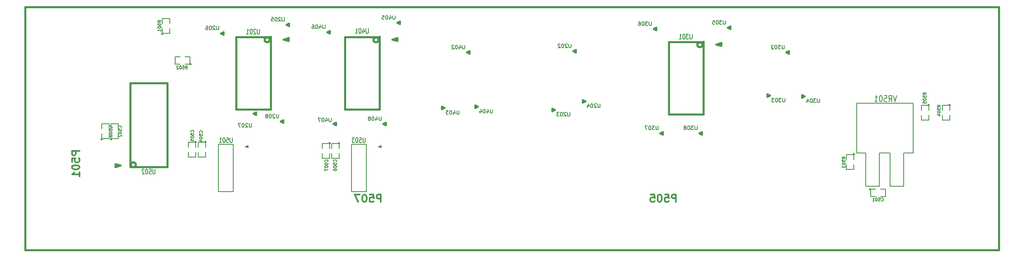
<source format=gbo>
G04 (created by PCBNEW-RS274X (2012-01-19 BZR 3256)-stable) date 11/28/2012 10:05:24 AM*
G01*
G70*
G90*
%MOIN*%
G04 Gerber Fmt 3.4, Leading zero omitted, Abs format*
%FSLAX34Y34*%
G04 APERTURE LIST*
%ADD10C,0.006000*%
%ADD11C,0.015000*%
%ADD12C,0.007900*%
%ADD13C,0.005000*%
%ADD14C,0.007500*%
%ADD15C,0.008000*%
%ADD16C,0.012000*%
G04 APERTURE END LIST*
G54D10*
G54D11*
X14029Y-39370D02*
X92769Y-39370D01*
X14030Y-19685D02*
X14030Y-39370D01*
X92770Y-19685D02*
X14030Y-19685D01*
X92770Y-39370D02*
X92770Y-19685D01*
X30036Y-21706D02*
X30036Y-21903D01*
X30036Y-21903D02*
X29839Y-21805D01*
X29839Y-21805D02*
X30036Y-21706D01*
G54D12*
X40400Y-30800D02*
X41600Y-30800D01*
X41600Y-30800D02*
X41600Y-34650D01*
X41600Y-34650D02*
X40400Y-34650D01*
X40400Y-34650D02*
X40400Y-30800D01*
X42733Y-30962D02*
X42733Y-31041D01*
X42575Y-31001D02*
X42811Y-31080D01*
X42811Y-31080D02*
X42811Y-30923D01*
X42811Y-30923D02*
X42575Y-31001D01*
X29650Y-30800D02*
X30850Y-30800D01*
X30850Y-30800D02*
X30850Y-34650D01*
X30850Y-34650D02*
X29650Y-34650D01*
X29650Y-34650D02*
X29650Y-30800D01*
X31983Y-30962D02*
X31983Y-31041D01*
X31825Y-31001D02*
X32061Y-31080D01*
X32061Y-31080D02*
X32061Y-30923D01*
X32061Y-30923D02*
X31825Y-31001D01*
G54D13*
X87150Y-27600D02*
X87149Y-27609D01*
X87146Y-27619D01*
X87141Y-27627D01*
X87135Y-27635D01*
X87127Y-27641D01*
X87119Y-27646D01*
X87110Y-27648D01*
X87100Y-27649D01*
X87091Y-27649D01*
X87082Y-27646D01*
X87073Y-27641D01*
X87066Y-27635D01*
X87059Y-27628D01*
X87055Y-27619D01*
X87052Y-27610D01*
X87051Y-27600D01*
X87051Y-27591D01*
X87054Y-27582D01*
X87058Y-27573D01*
X87065Y-27566D01*
X87072Y-27559D01*
X87080Y-27555D01*
X87090Y-27552D01*
X87099Y-27551D01*
X87108Y-27551D01*
X87118Y-27554D01*
X87126Y-27558D01*
X87134Y-27564D01*
X87140Y-27572D01*
X87145Y-27580D01*
X87148Y-27589D01*
X87149Y-27599D01*
X87150Y-27600D01*
X87100Y-28050D02*
X87100Y-27650D01*
X87100Y-27650D02*
X86500Y-27650D01*
X86500Y-27650D02*
X86500Y-28050D01*
X86500Y-28450D02*
X86500Y-28850D01*
X86500Y-28850D02*
X87100Y-28850D01*
X87100Y-28850D02*
X87100Y-28450D01*
X88850Y-27600D02*
X88849Y-27609D01*
X88846Y-27619D01*
X88841Y-27627D01*
X88835Y-27635D01*
X88827Y-27641D01*
X88819Y-27646D01*
X88810Y-27648D01*
X88800Y-27649D01*
X88791Y-27649D01*
X88782Y-27646D01*
X88773Y-27641D01*
X88766Y-27635D01*
X88759Y-27628D01*
X88755Y-27619D01*
X88752Y-27610D01*
X88751Y-27600D01*
X88751Y-27591D01*
X88754Y-27582D01*
X88758Y-27573D01*
X88765Y-27566D01*
X88772Y-27559D01*
X88780Y-27555D01*
X88790Y-27552D01*
X88799Y-27551D01*
X88808Y-27551D01*
X88818Y-27554D01*
X88826Y-27558D01*
X88834Y-27564D01*
X88840Y-27572D01*
X88845Y-27580D01*
X88848Y-27589D01*
X88849Y-27599D01*
X88850Y-27600D01*
X88800Y-28050D02*
X88800Y-27650D01*
X88800Y-27650D02*
X88200Y-27650D01*
X88200Y-27650D02*
X88200Y-28050D01*
X88200Y-28450D02*
X88200Y-28850D01*
X88200Y-28850D02*
X88800Y-28850D01*
X88800Y-28850D02*
X88800Y-28450D01*
X81100Y-31600D02*
X81099Y-31609D01*
X81096Y-31619D01*
X81091Y-31627D01*
X81085Y-31635D01*
X81077Y-31641D01*
X81069Y-31646D01*
X81060Y-31648D01*
X81050Y-31649D01*
X81041Y-31649D01*
X81032Y-31646D01*
X81023Y-31641D01*
X81016Y-31635D01*
X81009Y-31628D01*
X81005Y-31619D01*
X81002Y-31610D01*
X81001Y-31600D01*
X81001Y-31591D01*
X81004Y-31582D01*
X81008Y-31573D01*
X81015Y-31566D01*
X81022Y-31559D01*
X81030Y-31555D01*
X81040Y-31552D01*
X81049Y-31551D01*
X81058Y-31551D01*
X81068Y-31554D01*
X81076Y-31558D01*
X81084Y-31564D01*
X81090Y-31572D01*
X81095Y-31580D01*
X81098Y-31589D01*
X81099Y-31599D01*
X81100Y-31600D01*
X81050Y-32050D02*
X81050Y-31650D01*
X81050Y-31650D02*
X80450Y-31650D01*
X80450Y-31650D02*
X80450Y-32050D01*
X80450Y-32450D02*
X80450Y-32850D01*
X80450Y-32850D02*
X81050Y-32850D01*
X81050Y-32850D02*
X81050Y-32450D01*
X82400Y-34450D02*
X82399Y-34459D01*
X82396Y-34469D01*
X82391Y-34477D01*
X82385Y-34485D01*
X82377Y-34491D01*
X82369Y-34496D01*
X82360Y-34498D01*
X82350Y-34499D01*
X82341Y-34499D01*
X82332Y-34496D01*
X82323Y-34491D01*
X82316Y-34485D01*
X82309Y-34478D01*
X82305Y-34469D01*
X82302Y-34460D01*
X82301Y-34450D01*
X82301Y-34441D01*
X82304Y-34432D01*
X82308Y-34423D01*
X82315Y-34416D01*
X82322Y-34409D01*
X82330Y-34405D01*
X82340Y-34402D01*
X82349Y-34401D01*
X82358Y-34401D01*
X82368Y-34404D01*
X82376Y-34408D01*
X82384Y-34414D01*
X82390Y-34422D01*
X82395Y-34430D01*
X82398Y-34439D01*
X82399Y-34449D01*
X82400Y-34450D01*
X82800Y-34450D02*
X82400Y-34450D01*
X82400Y-34450D02*
X82400Y-35050D01*
X82400Y-35050D02*
X82800Y-35050D01*
X83200Y-35050D02*
X83600Y-35050D01*
X83600Y-35050D02*
X83600Y-34450D01*
X83600Y-34450D02*
X83200Y-34450D01*
X21000Y-30400D02*
X20999Y-30409D01*
X20996Y-30419D01*
X20991Y-30427D01*
X20985Y-30435D01*
X20977Y-30441D01*
X20969Y-30446D01*
X20960Y-30448D01*
X20950Y-30449D01*
X20941Y-30449D01*
X20932Y-30446D01*
X20923Y-30441D01*
X20916Y-30435D01*
X20909Y-30428D01*
X20905Y-30419D01*
X20902Y-30410D01*
X20901Y-30400D01*
X20901Y-30391D01*
X20904Y-30382D01*
X20908Y-30373D01*
X20915Y-30366D01*
X20922Y-30359D01*
X20930Y-30355D01*
X20940Y-30352D01*
X20949Y-30351D01*
X20958Y-30351D01*
X20968Y-30354D01*
X20976Y-30358D01*
X20984Y-30364D01*
X20990Y-30372D01*
X20995Y-30380D01*
X20998Y-30389D01*
X20999Y-30399D01*
X21000Y-30400D01*
X20950Y-29950D02*
X20950Y-30350D01*
X20950Y-30350D02*
X21550Y-30350D01*
X21550Y-30350D02*
X21550Y-29950D01*
X21550Y-29550D02*
X21550Y-29150D01*
X21550Y-29150D02*
X20950Y-29150D01*
X20950Y-29150D02*
X20950Y-29550D01*
X25150Y-21850D02*
X25149Y-21859D01*
X25146Y-21869D01*
X25141Y-21877D01*
X25135Y-21885D01*
X25127Y-21891D01*
X25119Y-21896D01*
X25110Y-21898D01*
X25100Y-21899D01*
X25091Y-21899D01*
X25082Y-21896D01*
X25073Y-21891D01*
X25066Y-21885D01*
X25059Y-21878D01*
X25055Y-21869D01*
X25052Y-21860D01*
X25051Y-21850D01*
X25051Y-21841D01*
X25054Y-21832D01*
X25058Y-21823D01*
X25065Y-21816D01*
X25072Y-21809D01*
X25080Y-21805D01*
X25090Y-21802D01*
X25099Y-21801D01*
X25108Y-21801D01*
X25118Y-21804D01*
X25126Y-21808D01*
X25134Y-21814D01*
X25140Y-21822D01*
X25145Y-21830D01*
X25148Y-21839D01*
X25149Y-21849D01*
X25150Y-21850D01*
X25100Y-21400D02*
X25100Y-21800D01*
X25100Y-21800D02*
X25700Y-21800D01*
X25700Y-21800D02*
X25700Y-21400D01*
X25700Y-21000D02*
X25700Y-20600D01*
X25700Y-20600D02*
X25100Y-20600D01*
X25100Y-20600D02*
X25100Y-21000D01*
X27450Y-24300D02*
X27449Y-24309D01*
X27446Y-24319D01*
X27441Y-24327D01*
X27435Y-24335D01*
X27427Y-24341D01*
X27419Y-24346D01*
X27410Y-24348D01*
X27400Y-24349D01*
X27391Y-24349D01*
X27382Y-24346D01*
X27373Y-24341D01*
X27366Y-24335D01*
X27359Y-24328D01*
X27355Y-24319D01*
X27352Y-24310D01*
X27351Y-24300D01*
X27351Y-24291D01*
X27354Y-24282D01*
X27358Y-24273D01*
X27365Y-24266D01*
X27372Y-24259D01*
X27380Y-24255D01*
X27390Y-24252D01*
X27399Y-24251D01*
X27408Y-24251D01*
X27418Y-24254D01*
X27426Y-24258D01*
X27434Y-24264D01*
X27440Y-24272D01*
X27445Y-24280D01*
X27448Y-24289D01*
X27449Y-24299D01*
X27450Y-24300D01*
X26950Y-24300D02*
X27350Y-24300D01*
X27350Y-24300D02*
X27350Y-23700D01*
X27350Y-23700D02*
X26950Y-23700D01*
X26550Y-23700D02*
X26150Y-23700D01*
X26150Y-23700D02*
X26150Y-24300D01*
X26150Y-24300D02*
X26550Y-24300D01*
X20250Y-30400D02*
X20249Y-30409D01*
X20246Y-30419D01*
X20241Y-30427D01*
X20235Y-30435D01*
X20227Y-30441D01*
X20219Y-30446D01*
X20210Y-30448D01*
X20200Y-30449D01*
X20191Y-30449D01*
X20182Y-30446D01*
X20173Y-30441D01*
X20166Y-30435D01*
X20159Y-30428D01*
X20155Y-30419D01*
X20152Y-30410D01*
X20151Y-30400D01*
X20151Y-30391D01*
X20154Y-30382D01*
X20158Y-30373D01*
X20165Y-30366D01*
X20172Y-30359D01*
X20180Y-30355D01*
X20190Y-30352D01*
X20199Y-30351D01*
X20208Y-30351D01*
X20218Y-30354D01*
X20226Y-30358D01*
X20234Y-30364D01*
X20240Y-30372D01*
X20245Y-30380D01*
X20248Y-30389D01*
X20249Y-30399D01*
X20250Y-30400D01*
X20200Y-29950D02*
X20200Y-30350D01*
X20200Y-30350D02*
X20800Y-30350D01*
X20800Y-30350D02*
X20800Y-29950D01*
X20800Y-29550D02*
X20800Y-29150D01*
X20800Y-29150D02*
X20200Y-29150D01*
X20200Y-29150D02*
X20200Y-29550D01*
X28650Y-30600D02*
X28649Y-30609D01*
X28646Y-30619D01*
X28641Y-30627D01*
X28635Y-30635D01*
X28627Y-30641D01*
X28619Y-30646D01*
X28610Y-30648D01*
X28600Y-30649D01*
X28591Y-30649D01*
X28582Y-30646D01*
X28573Y-30641D01*
X28566Y-30635D01*
X28559Y-30628D01*
X28555Y-30619D01*
X28552Y-30610D01*
X28551Y-30600D01*
X28551Y-30591D01*
X28554Y-30582D01*
X28558Y-30573D01*
X28565Y-30566D01*
X28572Y-30559D01*
X28580Y-30555D01*
X28590Y-30552D01*
X28599Y-30551D01*
X28608Y-30551D01*
X28618Y-30554D01*
X28626Y-30558D01*
X28634Y-30564D01*
X28640Y-30572D01*
X28645Y-30580D01*
X28648Y-30589D01*
X28649Y-30599D01*
X28650Y-30600D01*
X28600Y-31050D02*
X28600Y-30650D01*
X28600Y-30650D02*
X28000Y-30650D01*
X28000Y-30650D02*
X28000Y-31050D01*
X28000Y-31450D02*
X28000Y-31850D01*
X28000Y-31850D02*
X28600Y-31850D01*
X28600Y-31850D02*
X28600Y-31450D01*
X27850Y-30600D02*
X27849Y-30609D01*
X27846Y-30619D01*
X27841Y-30627D01*
X27835Y-30635D01*
X27827Y-30641D01*
X27819Y-30646D01*
X27810Y-30648D01*
X27800Y-30649D01*
X27791Y-30649D01*
X27782Y-30646D01*
X27773Y-30641D01*
X27766Y-30635D01*
X27759Y-30628D01*
X27755Y-30619D01*
X27752Y-30610D01*
X27751Y-30600D01*
X27751Y-30591D01*
X27754Y-30582D01*
X27758Y-30573D01*
X27765Y-30566D01*
X27772Y-30559D01*
X27780Y-30555D01*
X27790Y-30552D01*
X27799Y-30551D01*
X27808Y-30551D01*
X27818Y-30554D01*
X27826Y-30558D01*
X27834Y-30564D01*
X27840Y-30572D01*
X27845Y-30580D01*
X27848Y-30589D01*
X27849Y-30599D01*
X27850Y-30600D01*
X27800Y-31050D02*
X27800Y-30650D01*
X27800Y-30650D02*
X27200Y-30650D01*
X27200Y-30650D02*
X27200Y-31050D01*
X27200Y-31450D02*
X27200Y-31850D01*
X27200Y-31850D02*
X27800Y-31850D01*
X27800Y-31850D02*
X27800Y-31450D01*
X39450Y-30700D02*
X39449Y-30709D01*
X39446Y-30719D01*
X39441Y-30727D01*
X39435Y-30735D01*
X39427Y-30741D01*
X39419Y-30746D01*
X39410Y-30748D01*
X39400Y-30749D01*
X39391Y-30749D01*
X39382Y-30746D01*
X39373Y-30741D01*
X39366Y-30735D01*
X39359Y-30728D01*
X39355Y-30719D01*
X39352Y-30710D01*
X39351Y-30700D01*
X39351Y-30691D01*
X39354Y-30682D01*
X39358Y-30673D01*
X39365Y-30666D01*
X39372Y-30659D01*
X39380Y-30655D01*
X39390Y-30652D01*
X39399Y-30651D01*
X39408Y-30651D01*
X39418Y-30654D01*
X39426Y-30658D01*
X39434Y-30664D01*
X39440Y-30672D01*
X39445Y-30680D01*
X39448Y-30689D01*
X39449Y-30699D01*
X39450Y-30700D01*
X39400Y-31150D02*
X39400Y-30750D01*
X39400Y-30750D02*
X38800Y-30750D01*
X38800Y-30750D02*
X38800Y-31150D01*
X38800Y-31550D02*
X38800Y-31950D01*
X38800Y-31950D02*
X39400Y-31950D01*
X39400Y-31950D02*
X39400Y-31550D01*
X38700Y-30700D02*
X38699Y-30709D01*
X38696Y-30719D01*
X38691Y-30727D01*
X38685Y-30735D01*
X38677Y-30741D01*
X38669Y-30746D01*
X38660Y-30748D01*
X38650Y-30749D01*
X38641Y-30749D01*
X38632Y-30746D01*
X38623Y-30741D01*
X38616Y-30735D01*
X38609Y-30728D01*
X38605Y-30719D01*
X38602Y-30710D01*
X38601Y-30700D01*
X38601Y-30691D01*
X38604Y-30682D01*
X38608Y-30673D01*
X38615Y-30666D01*
X38622Y-30659D01*
X38630Y-30655D01*
X38640Y-30652D01*
X38649Y-30651D01*
X38658Y-30651D01*
X38668Y-30654D01*
X38676Y-30658D01*
X38684Y-30664D01*
X38690Y-30672D01*
X38695Y-30680D01*
X38698Y-30689D01*
X38699Y-30699D01*
X38700Y-30700D01*
X38650Y-31150D02*
X38650Y-30750D01*
X38650Y-30750D02*
X38050Y-30750D01*
X38050Y-30750D02*
X38050Y-31150D01*
X38050Y-31550D02*
X38050Y-31950D01*
X38050Y-31950D02*
X38650Y-31950D01*
X38650Y-31950D02*
X38650Y-31550D01*
G54D11*
X65586Y-29806D02*
X65586Y-30003D01*
X65586Y-30003D02*
X65389Y-29905D01*
X65389Y-29905D02*
X65586Y-29806D01*
X71036Y-21256D02*
X71036Y-21453D01*
X71036Y-21453D02*
X70839Y-21355D01*
X70839Y-21355D02*
X71036Y-21256D01*
X76864Y-26994D02*
X76864Y-26797D01*
X76864Y-26797D02*
X77061Y-26895D01*
X77061Y-26895D02*
X76864Y-26994D01*
X75786Y-23256D02*
X75786Y-23453D01*
X75786Y-23453D02*
X75589Y-23355D01*
X75589Y-23355D02*
X75786Y-23256D01*
X74064Y-26944D02*
X74064Y-26747D01*
X74064Y-26747D02*
X74261Y-26845D01*
X74261Y-26845D02*
X74064Y-26944D01*
X34886Y-28856D02*
X34886Y-29053D01*
X34886Y-29053D02*
X34689Y-28955D01*
X34689Y-28955D02*
X34886Y-28856D01*
X32686Y-28206D02*
X32686Y-28403D01*
X32686Y-28403D02*
X32489Y-28305D01*
X32489Y-28305D02*
X32686Y-28206D01*
X35336Y-21006D02*
X35336Y-21203D01*
X35336Y-21203D02*
X35139Y-21105D01*
X35139Y-21105D02*
X35336Y-21006D01*
X59114Y-27394D02*
X59114Y-27197D01*
X59114Y-27197D02*
X59311Y-27295D01*
X59311Y-27295D02*
X59114Y-27394D01*
X58536Y-23156D02*
X58536Y-23353D01*
X58536Y-23353D02*
X58339Y-23255D01*
X58339Y-23255D02*
X58536Y-23156D01*
X56664Y-28094D02*
X56664Y-27897D01*
X56664Y-27897D02*
X56861Y-27995D01*
X56861Y-27995D02*
X56664Y-28094D01*
X68736Y-29806D02*
X68736Y-30003D01*
X68736Y-30003D02*
X68539Y-29905D01*
X68539Y-29905D02*
X68736Y-29806D01*
X65036Y-21356D02*
X65036Y-21553D01*
X65036Y-21553D02*
X64839Y-21455D01*
X64839Y-21455D02*
X65036Y-21356D01*
X39136Y-29056D02*
X39136Y-29253D01*
X39136Y-29253D02*
X38939Y-29155D01*
X38939Y-29155D02*
X39136Y-29056D01*
X38636Y-21606D02*
X38636Y-21803D01*
X38636Y-21803D02*
X38439Y-21705D01*
X38439Y-21705D02*
X38636Y-21606D01*
X43186Y-29056D02*
X43186Y-29253D01*
X43186Y-29253D02*
X42989Y-29155D01*
X42989Y-29155D02*
X43186Y-29056D01*
X47714Y-27944D02*
X47714Y-27747D01*
X47714Y-27747D02*
X47911Y-27845D01*
X47911Y-27845D02*
X47714Y-27944D01*
X50414Y-27844D02*
X50414Y-27647D01*
X50414Y-27647D02*
X50611Y-27745D01*
X50611Y-27745D02*
X50414Y-27844D01*
X49936Y-23256D02*
X49936Y-23453D01*
X49936Y-23453D02*
X49739Y-23355D01*
X49739Y-23355D02*
X49936Y-23256D01*
X44306Y-20856D02*
X44306Y-21053D01*
X44306Y-21053D02*
X44109Y-20955D01*
X44109Y-20955D02*
X44306Y-20856D01*
G54D12*
X83983Y-31519D02*
X83117Y-31519D01*
X83117Y-31519D02*
X83117Y-34196D01*
X83117Y-34196D02*
X82015Y-34196D01*
X82015Y-34196D02*
X82015Y-31519D01*
X82015Y-31519D02*
X81267Y-31519D01*
X81267Y-31519D02*
X81267Y-27464D01*
X81267Y-27464D02*
X85833Y-27464D01*
X85833Y-27464D02*
X85833Y-31519D01*
X85833Y-31519D02*
X85085Y-31519D01*
X85085Y-31519D02*
X85085Y-34196D01*
X85085Y-34196D02*
X83983Y-34196D01*
X83983Y-34196D02*
X83983Y-31519D01*
G54D11*
X42667Y-22058D02*
X42667Y-27963D01*
X42667Y-27963D02*
X39872Y-27963D01*
X39872Y-27963D02*
X39872Y-22097D01*
X39872Y-22097D02*
X42667Y-22097D01*
X42581Y-22323D02*
X42577Y-22361D01*
X42565Y-22399D01*
X42547Y-22433D01*
X42522Y-22463D01*
X42492Y-22488D01*
X42458Y-22507D01*
X42421Y-22518D01*
X42382Y-22522D01*
X42344Y-22519D01*
X42307Y-22508D01*
X42272Y-22490D01*
X42242Y-22465D01*
X42216Y-22435D01*
X42198Y-22401D01*
X42186Y-22364D01*
X42182Y-22325D01*
X42185Y-22287D01*
X42196Y-22250D01*
X42213Y-22215D01*
X42238Y-22185D01*
X42267Y-22159D01*
X42301Y-22140D01*
X42339Y-22128D01*
X42377Y-22124D01*
X42415Y-22127D01*
X42453Y-22137D01*
X42488Y-22155D01*
X42518Y-22179D01*
X42544Y-22208D01*
X42563Y-22242D01*
X42576Y-22279D01*
X42580Y-22318D01*
X42581Y-22323D01*
X44008Y-22262D02*
X44008Y-22312D01*
X43708Y-22312D02*
X44108Y-22162D01*
X44108Y-22162D02*
X44108Y-22412D01*
X44108Y-22412D02*
X43708Y-22312D01*
X33867Y-22058D02*
X33867Y-27963D01*
X33867Y-27963D02*
X31072Y-27963D01*
X31072Y-27963D02*
X31072Y-22097D01*
X31072Y-22097D02*
X33867Y-22097D01*
X33781Y-22323D02*
X33777Y-22361D01*
X33765Y-22399D01*
X33747Y-22433D01*
X33722Y-22463D01*
X33692Y-22488D01*
X33658Y-22507D01*
X33621Y-22518D01*
X33582Y-22522D01*
X33544Y-22519D01*
X33507Y-22508D01*
X33472Y-22490D01*
X33442Y-22465D01*
X33416Y-22435D01*
X33398Y-22401D01*
X33386Y-22364D01*
X33382Y-22325D01*
X33385Y-22287D01*
X33396Y-22250D01*
X33413Y-22215D01*
X33438Y-22185D01*
X33467Y-22159D01*
X33501Y-22140D01*
X33539Y-22128D01*
X33577Y-22124D01*
X33615Y-22127D01*
X33653Y-22137D01*
X33688Y-22155D01*
X33718Y-22179D01*
X33744Y-22208D01*
X33763Y-22242D01*
X33776Y-22279D01*
X33780Y-22318D01*
X33781Y-22323D01*
X35208Y-22262D02*
X35208Y-22312D01*
X34908Y-22312D02*
X35308Y-22162D01*
X35308Y-22162D02*
X35308Y-22412D01*
X35308Y-22412D02*
X34908Y-22312D01*
X68867Y-22458D02*
X68867Y-28363D01*
X68867Y-28363D02*
X66072Y-28363D01*
X66072Y-28363D02*
X66072Y-22497D01*
X66072Y-22497D02*
X68867Y-22497D01*
X68781Y-22723D02*
X68777Y-22761D01*
X68765Y-22799D01*
X68747Y-22833D01*
X68722Y-22863D01*
X68692Y-22888D01*
X68658Y-22907D01*
X68621Y-22918D01*
X68582Y-22922D01*
X68544Y-22919D01*
X68507Y-22908D01*
X68472Y-22890D01*
X68442Y-22865D01*
X68416Y-22835D01*
X68398Y-22801D01*
X68386Y-22764D01*
X68382Y-22725D01*
X68385Y-22687D01*
X68396Y-22650D01*
X68413Y-22615D01*
X68438Y-22585D01*
X68467Y-22559D01*
X68501Y-22540D01*
X68539Y-22528D01*
X68577Y-22524D01*
X68615Y-22527D01*
X68653Y-22537D01*
X68688Y-22555D01*
X68718Y-22579D01*
X68744Y-22608D01*
X68763Y-22642D01*
X68776Y-22679D01*
X68780Y-22718D01*
X68781Y-22723D01*
X70208Y-22662D02*
X70208Y-22712D01*
X69908Y-22712D02*
X70308Y-22562D01*
X70308Y-22562D02*
X70308Y-22812D01*
X70308Y-22812D02*
X69908Y-22712D01*
X22950Y-32450D02*
X22946Y-32488D01*
X22934Y-32526D01*
X22916Y-32560D01*
X22891Y-32590D01*
X22861Y-32615D01*
X22827Y-32634D01*
X22790Y-32645D01*
X22751Y-32649D01*
X22713Y-32646D01*
X22676Y-32635D01*
X22641Y-32617D01*
X22611Y-32592D01*
X22585Y-32562D01*
X22567Y-32528D01*
X22555Y-32491D01*
X22551Y-32452D01*
X22554Y-32414D01*
X22565Y-32377D01*
X22582Y-32342D01*
X22607Y-32312D01*
X22636Y-32286D01*
X22670Y-32267D01*
X22708Y-32255D01*
X22746Y-32251D01*
X22784Y-32254D01*
X22822Y-32264D01*
X22857Y-32282D01*
X22887Y-32306D01*
X22913Y-32335D01*
X22932Y-32369D01*
X22945Y-32406D01*
X22949Y-32445D01*
X22950Y-32450D01*
X25500Y-32650D02*
X22500Y-32650D01*
X22500Y-32650D02*
X22500Y-25850D01*
X22500Y-25850D02*
X25500Y-25850D01*
X25500Y-25850D02*
X25500Y-32650D01*
X21400Y-32550D02*
X21400Y-32500D01*
X21700Y-32500D02*
X21300Y-32650D01*
X21300Y-32650D02*
X21300Y-32400D01*
X21300Y-32400D02*
X21700Y-32500D01*
G54D10*
X29665Y-21221D02*
X29665Y-21464D01*
X29650Y-21493D01*
X29636Y-21507D01*
X29607Y-21521D01*
X29550Y-21521D01*
X29522Y-21507D01*
X29507Y-21493D01*
X29493Y-21464D01*
X29493Y-21221D01*
X29365Y-21250D02*
X29351Y-21236D01*
X29322Y-21221D01*
X29251Y-21221D01*
X29222Y-21236D01*
X29208Y-21250D01*
X29193Y-21279D01*
X29193Y-21307D01*
X29208Y-21350D01*
X29379Y-21521D01*
X29193Y-21521D01*
X29007Y-21221D02*
X28979Y-21221D01*
X28950Y-21236D01*
X28936Y-21250D01*
X28922Y-21279D01*
X28907Y-21336D01*
X28907Y-21407D01*
X28922Y-21464D01*
X28936Y-21493D01*
X28950Y-21507D01*
X28979Y-21521D01*
X29007Y-21521D01*
X29036Y-21507D01*
X29050Y-21493D01*
X29065Y-21464D01*
X29079Y-21407D01*
X29079Y-21336D01*
X29065Y-21279D01*
X29050Y-21250D01*
X29036Y-21236D01*
X29007Y-21221D01*
X28650Y-21221D02*
X28707Y-21221D01*
X28736Y-21236D01*
X28750Y-21250D01*
X28779Y-21293D01*
X28793Y-21350D01*
X28793Y-21464D01*
X28779Y-21493D01*
X28764Y-21507D01*
X28736Y-21521D01*
X28679Y-21521D01*
X28650Y-21507D01*
X28636Y-21493D01*
X28621Y-21464D01*
X28621Y-21393D01*
X28636Y-21364D01*
X28650Y-21350D01*
X28679Y-21336D01*
X28736Y-21336D01*
X28764Y-21350D01*
X28779Y-21364D01*
X28793Y-21393D01*
G54D14*
X41515Y-30262D02*
X41515Y-30586D01*
X41500Y-30624D01*
X41486Y-30643D01*
X41457Y-30662D01*
X41400Y-30662D01*
X41372Y-30643D01*
X41357Y-30624D01*
X41343Y-30586D01*
X41343Y-30262D01*
X41058Y-30262D02*
X41201Y-30262D01*
X41215Y-30452D01*
X41201Y-30433D01*
X41172Y-30414D01*
X41101Y-30414D01*
X41072Y-30433D01*
X41058Y-30452D01*
X41043Y-30490D01*
X41043Y-30586D01*
X41058Y-30624D01*
X41072Y-30643D01*
X41101Y-30662D01*
X41172Y-30662D01*
X41201Y-30643D01*
X41215Y-30624D01*
X40857Y-30262D02*
X40829Y-30262D01*
X40800Y-30281D01*
X40786Y-30300D01*
X40772Y-30338D01*
X40757Y-30414D01*
X40757Y-30510D01*
X40772Y-30586D01*
X40786Y-30624D01*
X40800Y-30643D01*
X40829Y-30662D01*
X40857Y-30662D01*
X40886Y-30643D01*
X40900Y-30624D01*
X40915Y-30586D01*
X40929Y-30510D01*
X40929Y-30414D01*
X40915Y-30338D01*
X40900Y-30300D01*
X40886Y-30281D01*
X40857Y-30262D01*
X40657Y-30262D02*
X40471Y-30262D01*
X40571Y-30414D01*
X40529Y-30414D01*
X40500Y-30433D01*
X40486Y-30452D01*
X40471Y-30490D01*
X40471Y-30586D01*
X40486Y-30624D01*
X40500Y-30643D01*
X40529Y-30662D01*
X40614Y-30662D01*
X40643Y-30643D01*
X40657Y-30624D01*
X30765Y-30262D02*
X30765Y-30586D01*
X30750Y-30624D01*
X30736Y-30643D01*
X30707Y-30662D01*
X30650Y-30662D01*
X30622Y-30643D01*
X30607Y-30624D01*
X30593Y-30586D01*
X30593Y-30262D01*
X30308Y-30262D02*
X30451Y-30262D01*
X30465Y-30452D01*
X30451Y-30433D01*
X30422Y-30414D01*
X30351Y-30414D01*
X30322Y-30433D01*
X30308Y-30452D01*
X30293Y-30490D01*
X30293Y-30586D01*
X30308Y-30624D01*
X30322Y-30643D01*
X30351Y-30662D01*
X30422Y-30662D01*
X30451Y-30643D01*
X30465Y-30624D01*
X30107Y-30262D02*
X30079Y-30262D01*
X30050Y-30281D01*
X30036Y-30300D01*
X30022Y-30338D01*
X30007Y-30414D01*
X30007Y-30510D01*
X30022Y-30586D01*
X30036Y-30624D01*
X30050Y-30643D01*
X30079Y-30662D01*
X30107Y-30662D01*
X30136Y-30643D01*
X30150Y-30624D01*
X30165Y-30586D01*
X30179Y-30510D01*
X30179Y-30414D01*
X30165Y-30338D01*
X30150Y-30300D01*
X30136Y-30281D01*
X30107Y-30262D01*
X29721Y-30662D02*
X29893Y-30662D01*
X29807Y-30662D02*
X29807Y-30262D01*
X29836Y-30319D01*
X29864Y-30357D01*
X29893Y-30376D01*
G54D13*
X86901Y-26770D02*
X86782Y-26687D01*
X86901Y-26628D02*
X86651Y-26628D01*
X86651Y-26723D01*
X86663Y-26747D01*
X86675Y-26758D01*
X86699Y-26770D01*
X86735Y-26770D01*
X86758Y-26758D01*
X86770Y-26747D01*
X86782Y-26723D01*
X86782Y-26628D01*
X86651Y-26997D02*
X86651Y-26878D01*
X86770Y-26866D01*
X86758Y-26878D01*
X86746Y-26901D01*
X86746Y-26961D01*
X86758Y-26985D01*
X86770Y-26997D01*
X86794Y-27008D01*
X86854Y-27008D01*
X86877Y-26997D01*
X86889Y-26985D01*
X86901Y-26961D01*
X86901Y-26901D01*
X86889Y-26878D01*
X86877Y-26866D01*
X86651Y-27163D02*
X86651Y-27187D01*
X86663Y-27211D01*
X86675Y-27223D01*
X86699Y-27235D01*
X86746Y-27246D01*
X86806Y-27246D01*
X86854Y-27235D01*
X86877Y-27223D01*
X86889Y-27211D01*
X86901Y-27187D01*
X86901Y-27163D01*
X86889Y-27139D01*
X86877Y-27127D01*
X86854Y-27116D01*
X86806Y-27104D01*
X86746Y-27104D01*
X86699Y-27116D01*
X86675Y-27127D01*
X86663Y-27139D01*
X86651Y-27163D01*
X86651Y-27473D02*
X86651Y-27354D01*
X86770Y-27342D01*
X86758Y-27354D01*
X86746Y-27377D01*
X86746Y-27437D01*
X86758Y-27461D01*
X86770Y-27473D01*
X86794Y-27484D01*
X86854Y-27484D01*
X86877Y-27473D01*
X86889Y-27461D01*
X86901Y-27437D01*
X86901Y-27377D01*
X86889Y-27354D01*
X86877Y-27342D01*
X88051Y-27770D02*
X87932Y-27687D01*
X88051Y-27628D02*
X87801Y-27628D01*
X87801Y-27723D01*
X87813Y-27747D01*
X87825Y-27758D01*
X87849Y-27770D01*
X87885Y-27770D01*
X87908Y-27758D01*
X87920Y-27747D01*
X87932Y-27723D01*
X87932Y-27628D01*
X87801Y-27997D02*
X87801Y-27878D01*
X87920Y-27866D01*
X87908Y-27878D01*
X87896Y-27901D01*
X87896Y-27961D01*
X87908Y-27985D01*
X87920Y-27997D01*
X87944Y-28008D01*
X88004Y-28008D01*
X88027Y-27997D01*
X88039Y-27985D01*
X88051Y-27961D01*
X88051Y-27901D01*
X88039Y-27878D01*
X88027Y-27866D01*
X87801Y-28163D02*
X87801Y-28187D01*
X87813Y-28211D01*
X87825Y-28223D01*
X87849Y-28235D01*
X87896Y-28246D01*
X87956Y-28246D01*
X88004Y-28235D01*
X88027Y-28223D01*
X88039Y-28211D01*
X88051Y-28187D01*
X88051Y-28163D01*
X88039Y-28139D01*
X88027Y-28127D01*
X88004Y-28116D01*
X87956Y-28104D01*
X87896Y-28104D01*
X87849Y-28116D01*
X87825Y-28127D01*
X87813Y-28139D01*
X87801Y-28163D01*
X87885Y-28461D02*
X88051Y-28461D01*
X87789Y-28401D02*
X87968Y-28342D01*
X87968Y-28496D01*
X80351Y-31970D02*
X80232Y-31887D01*
X80351Y-31828D02*
X80101Y-31828D01*
X80101Y-31923D01*
X80113Y-31947D01*
X80125Y-31958D01*
X80149Y-31970D01*
X80185Y-31970D01*
X80208Y-31958D01*
X80220Y-31947D01*
X80232Y-31923D01*
X80232Y-31828D01*
X80101Y-32197D02*
X80101Y-32078D01*
X80220Y-32066D01*
X80208Y-32078D01*
X80196Y-32101D01*
X80196Y-32161D01*
X80208Y-32185D01*
X80220Y-32197D01*
X80244Y-32208D01*
X80304Y-32208D01*
X80327Y-32197D01*
X80339Y-32185D01*
X80351Y-32161D01*
X80351Y-32101D01*
X80339Y-32078D01*
X80327Y-32066D01*
X80101Y-32363D02*
X80101Y-32387D01*
X80113Y-32411D01*
X80125Y-32423D01*
X80149Y-32435D01*
X80196Y-32446D01*
X80256Y-32446D01*
X80304Y-32435D01*
X80327Y-32423D01*
X80339Y-32411D01*
X80351Y-32387D01*
X80351Y-32363D01*
X80339Y-32339D01*
X80327Y-32327D01*
X80304Y-32316D01*
X80256Y-32304D01*
X80196Y-32304D01*
X80149Y-32316D01*
X80125Y-32327D01*
X80113Y-32339D01*
X80101Y-32363D01*
X80101Y-32530D02*
X80101Y-32684D01*
X80196Y-32601D01*
X80196Y-32637D01*
X80208Y-32661D01*
X80220Y-32673D01*
X80244Y-32684D01*
X80304Y-32684D01*
X80327Y-32673D01*
X80339Y-32661D01*
X80351Y-32637D01*
X80351Y-32565D01*
X80339Y-32542D01*
X80327Y-32530D01*
X83280Y-35377D02*
X83292Y-35389D01*
X83327Y-35401D01*
X83351Y-35401D01*
X83387Y-35389D01*
X83411Y-35365D01*
X83422Y-35342D01*
X83434Y-35294D01*
X83434Y-35258D01*
X83422Y-35211D01*
X83411Y-35187D01*
X83387Y-35163D01*
X83351Y-35151D01*
X83327Y-35151D01*
X83292Y-35163D01*
X83280Y-35175D01*
X83053Y-35151D02*
X83172Y-35151D01*
X83184Y-35270D01*
X83172Y-35258D01*
X83149Y-35246D01*
X83089Y-35246D01*
X83065Y-35258D01*
X83053Y-35270D01*
X83042Y-35294D01*
X83042Y-35354D01*
X83053Y-35377D01*
X83065Y-35389D01*
X83089Y-35401D01*
X83149Y-35401D01*
X83172Y-35389D01*
X83184Y-35377D01*
X82887Y-35151D02*
X82863Y-35151D01*
X82839Y-35163D01*
X82827Y-35175D01*
X82815Y-35199D01*
X82804Y-35246D01*
X82804Y-35306D01*
X82815Y-35354D01*
X82827Y-35377D01*
X82839Y-35389D01*
X82863Y-35401D01*
X82887Y-35401D01*
X82911Y-35389D01*
X82923Y-35377D01*
X82934Y-35354D01*
X82946Y-35306D01*
X82946Y-35246D01*
X82934Y-35199D01*
X82923Y-35175D01*
X82911Y-35163D01*
X82887Y-35151D01*
X82566Y-35401D02*
X82708Y-35401D01*
X82637Y-35401D02*
X82637Y-35151D01*
X82661Y-35187D01*
X82685Y-35211D01*
X82708Y-35223D01*
X21777Y-29470D02*
X21789Y-29458D01*
X21801Y-29423D01*
X21801Y-29399D01*
X21789Y-29363D01*
X21765Y-29339D01*
X21742Y-29328D01*
X21694Y-29316D01*
X21658Y-29316D01*
X21611Y-29328D01*
X21587Y-29339D01*
X21563Y-29363D01*
X21551Y-29399D01*
X21551Y-29423D01*
X21563Y-29458D01*
X21575Y-29470D01*
X21551Y-29697D02*
X21551Y-29578D01*
X21670Y-29566D01*
X21658Y-29578D01*
X21646Y-29601D01*
X21646Y-29661D01*
X21658Y-29685D01*
X21670Y-29697D01*
X21694Y-29708D01*
X21754Y-29708D01*
X21777Y-29697D01*
X21789Y-29685D01*
X21801Y-29661D01*
X21801Y-29601D01*
X21789Y-29578D01*
X21777Y-29566D01*
X21551Y-29863D02*
X21551Y-29887D01*
X21563Y-29911D01*
X21575Y-29923D01*
X21599Y-29935D01*
X21646Y-29946D01*
X21706Y-29946D01*
X21754Y-29935D01*
X21777Y-29923D01*
X21789Y-29911D01*
X21801Y-29887D01*
X21801Y-29863D01*
X21789Y-29839D01*
X21777Y-29827D01*
X21754Y-29816D01*
X21706Y-29804D01*
X21646Y-29804D01*
X21599Y-29816D01*
X21575Y-29827D01*
X21563Y-29839D01*
X21551Y-29863D01*
X21575Y-30042D02*
X21563Y-30054D01*
X21551Y-30077D01*
X21551Y-30137D01*
X21563Y-30161D01*
X21575Y-30173D01*
X21599Y-30184D01*
X21623Y-30184D01*
X21658Y-30173D01*
X21801Y-30030D01*
X21801Y-30184D01*
X25001Y-20920D02*
X24882Y-20837D01*
X25001Y-20778D02*
X24751Y-20778D01*
X24751Y-20873D01*
X24763Y-20897D01*
X24775Y-20908D01*
X24799Y-20920D01*
X24835Y-20920D01*
X24858Y-20908D01*
X24870Y-20897D01*
X24882Y-20873D01*
X24882Y-20778D01*
X24751Y-21147D02*
X24751Y-21028D01*
X24870Y-21016D01*
X24858Y-21028D01*
X24846Y-21051D01*
X24846Y-21111D01*
X24858Y-21135D01*
X24870Y-21147D01*
X24894Y-21158D01*
X24954Y-21158D01*
X24977Y-21147D01*
X24989Y-21135D01*
X25001Y-21111D01*
X25001Y-21051D01*
X24989Y-21028D01*
X24977Y-21016D01*
X24751Y-21313D02*
X24751Y-21337D01*
X24763Y-21361D01*
X24775Y-21373D01*
X24799Y-21385D01*
X24846Y-21396D01*
X24906Y-21396D01*
X24954Y-21385D01*
X24977Y-21373D01*
X24989Y-21361D01*
X25001Y-21337D01*
X25001Y-21313D01*
X24989Y-21289D01*
X24977Y-21277D01*
X24954Y-21266D01*
X24906Y-21254D01*
X24846Y-21254D01*
X24799Y-21266D01*
X24775Y-21277D01*
X24763Y-21289D01*
X24751Y-21313D01*
X25001Y-21634D02*
X25001Y-21492D01*
X25001Y-21563D02*
X24751Y-21563D01*
X24787Y-21539D01*
X24811Y-21515D01*
X24823Y-21492D01*
X26980Y-24701D02*
X27063Y-24582D01*
X27122Y-24701D02*
X27122Y-24451D01*
X27027Y-24451D01*
X27003Y-24463D01*
X26992Y-24475D01*
X26980Y-24499D01*
X26980Y-24535D01*
X26992Y-24558D01*
X27003Y-24570D01*
X27027Y-24582D01*
X27122Y-24582D01*
X26753Y-24451D02*
X26872Y-24451D01*
X26884Y-24570D01*
X26872Y-24558D01*
X26849Y-24546D01*
X26789Y-24546D01*
X26765Y-24558D01*
X26753Y-24570D01*
X26742Y-24594D01*
X26742Y-24654D01*
X26753Y-24677D01*
X26765Y-24689D01*
X26789Y-24701D01*
X26849Y-24701D01*
X26872Y-24689D01*
X26884Y-24677D01*
X26587Y-24451D02*
X26563Y-24451D01*
X26539Y-24463D01*
X26527Y-24475D01*
X26515Y-24499D01*
X26504Y-24546D01*
X26504Y-24606D01*
X26515Y-24654D01*
X26527Y-24677D01*
X26539Y-24689D01*
X26563Y-24701D01*
X26587Y-24701D01*
X26611Y-24689D01*
X26623Y-24677D01*
X26634Y-24654D01*
X26646Y-24606D01*
X26646Y-24546D01*
X26634Y-24499D01*
X26623Y-24475D01*
X26611Y-24463D01*
X26587Y-24451D01*
X26408Y-24475D02*
X26396Y-24463D01*
X26373Y-24451D01*
X26313Y-24451D01*
X26289Y-24463D01*
X26277Y-24475D01*
X26266Y-24499D01*
X26266Y-24523D01*
X26277Y-24558D01*
X26420Y-24701D01*
X26266Y-24701D01*
X21027Y-29470D02*
X21039Y-29458D01*
X21051Y-29423D01*
X21051Y-29399D01*
X21039Y-29363D01*
X21015Y-29339D01*
X20992Y-29328D01*
X20944Y-29316D01*
X20908Y-29316D01*
X20861Y-29328D01*
X20837Y-29339D01*
X20813Y-29363D01*
X20801Y-29399D01*
X20801Y-29423D01*
X20813Y-29458D01*
X20825Y-29470D01*
X20801Y-29697D02*
X20801Y-29578D01*
X20920Y-29566D01*
X20908Y-29578D01*
X20896Y-29601D01*
X20896Y-29661D01*
X20908Y-29685D01*
X20920Y-29697D01*
X20944Y-29708D01*
X21004Y-29708D01*
X21027Y-29697D01*
X21039Y-29685D01*
X21051Y-29661D01*
X21051Y-29601D01*
X21039Y-29578D01*
X21027Y-29566D01*
X20801Y-29863D02*
X20801Y-29887D01*
X20813Y-29911D01*
X20825Y-29923D01*
X20849Y-29935D01*
X20896Y-29946D01*
X20956Y-29946D01*
X21004Y-29935D01*
X21027Y-29923D01*
X21039Y-29911D01*
X21051Y-29887D01*
X21051Y-29863D01*
X21039Y-29839D01*
X21027Y-29827D01*
X21004Y-29816D01*
X20956Y-29804D01*
X20896Y-29804D01*
X20849Y-29816D01*
X20825Y-29827D01*
X20813Y-29839D01*
X20801Y-29863D01*
X20801Y-30030D02*
X20801Y-30184D01*
X20896Y-30101D01*
X20896Y-30137D01*
X20908Y-30161D01*
X20920Y-30173D01*
X20944Y-30184D01*
X21004Y-30184D01*
X21027Y-30173D01*
X21039Y-30161D01*
X21051Y-30137D01*
X21051Y-30065D01*
X21039Y-30042D01*
X21027Y-30030D01*
X28327Y-29870D02*
X28339Y-29858D01*
X28351Y-29823D01*
X28351Y-29799D01*
X28339Y-29763D01*
X28315Y-29739D01*
X28292Y-29728D01*
X28244Y-29716D01*
X28208Y-29716D01*
X28161Y-29728D01*
X28137Y-29739D01*
X28113Y-29763D01*
X28101Y-29799D01*
X28101Y-29823D01*
X28113Y-29858D01*
X28125Y-29870D01*
X28101Y-30097D02*
X28101Y-29978D01*
X28220Y-29966D01*
X28208Y-29978D01*
X28196Y-30001D01*
X28196Y-30061D01*
X28208Y-30085D01*
X28220Y-30097D01*
X28244Y-30108D01*
X28304Y-30108D01*
X28327Y-30097D01*
X28339Y-30085D01*
X28351Y-30061D01*
X28351Y-30001D01*
X28339Y-29978D01*
X28327Y-29966D01*
X28101Y-30263D02*
X28101Y-30287D01*
X28113Y-30311D01*
X28125Y-30323D01*
X28149Y-30335D01*
X28196Y-30346D01*
X28256Y-30346D01*
X28304Y-30335D01*
X28327Y-30323D01*
X28339Y-30311D01*
X28351Y-30287D01*
X28351Y-30263D01*
X28339Y-30239D01*
X28327Y-30227D01*
X28304Y-30216D01*
X28256Y-30204D01*
X28196Y-30204D01*
X28149Y-30216D01*
X28125Y-30227D01*
X28113Y-30239D01*
X28101Y-30263D01*
X28185Y-30561D02*
X28351Y-30561D01*
X28089Y-30501D02*
X28268Y-30442D01*
X28268Y-30596D01*
X27627Y-29820D02*
X27639Y-29808D01*
X27651Y-29773D01*
X27651Y-29749D01*
X27639Y-29713D01*
X27615Y-29689D01*
X27592Y-29678D01*
X27544Y-29666D01*
X27508Y-29666D01*
X27461Y-29678D01*
X27437Y-29689D01*
X27413Y-29713D01*
X27401Y-29749D01*
X27401Y-29773D01*
X27413Y-29808D01*
X27425Y-29820D01*
X27401Y-30047D02*
X27401Y-29928D01*
X27520Y-29916D01*
X27508Y-29928D01*
X27496Y-29951D01*
X27496Y-30011D01*
X27508Y-30035D01*
X27520Y-30047D01*
X27544Y-30058D01*
X27604Y-30058D01*
X27627Y-30047D01*
X27639Y-30035D01*
X27651Y-30011D01*
X27651Y-29951D01*
X27639Y-29928D01*
X27627Y-29916D01*
X27401Y-30213D02*
X27401Y-30237D01*
X27413Y-30261D01*
X27425Y-30273D01*
X27449Y-30285D01*
X27496Y-30296D01*
X27556Y-30296D01*
X27604Y-30285D01*
X27627Y-30273D01*
X27639Y-30261D01*
X27651Y-30237D01*
X27651Y-30213D01*
X27639Y-30189D01*
X27627Y-30177D01*
X27604Y-30166D01*
X27556Y-30154D01*
X27496Y-30154D01*
X27449Y-30166D01*
X27425Y-30177D01*
X27413Y-30189D01*
X27401Y-30213D01*
X27401Y-30523D02*
X27401Y-30404D01*
X27520Y-30392D01*
X27508Y-30404D01*
X27496Y-30427D01*
X27496Y-30487D01*
X27508Y-30511D01*
X27520Y-30523D01*
X27544Y-30534D01*
X27604Y-30534D01*
X27627Y-30523D01*
X27639Y-30511D01*
X27651Y-30487D01*
X27651Y-30427D01*
X27639Y-30404D01*
X27627Y-30392D01*
X39177Y-32220D02*
X39189Y-32208D01*
X39201Y-32173D01*
X39201Y-32149D01*
X39189Y-32113D01*
X39165Y-32089D01*
X39142Y-32078D01*
X39094Y-32066D01*
X39058Y-32066D01*
X39011Y-32078D01*
X38987Y-32089D01*
X38963Y-32113D01*
X38951Y-32149D01*
X38951Y-32173D01*
X38963Y-32208D01*
X38975Y-32220D01*
X38951Y-32447D02*
X38951Y-32328D01*
X39070Y-32316D01*
X39058Y-32328D01*
X39046Y-32351D01*
X39046Y-32411D01*
X39058Y-32435D01*
X39070Y-32447D01*
X39094Y-32458D01*
X39154Y-32458D01*
X39177Y-32447D01*
X39189Y-32435D01*
X39201Y-32411D01*
X39201Y-32351D01*
X39189Y-32328D01*
X39177Y-32316D01*
X38951Y-32613D02*
X38951Y-32637D01*
X38963Y-32661D01*
X38975Y-32673D01*
X38999Y-32685D01*
X39046Y-32696D01*
X39106Y-32696D01*
X39154Y-32685D01*
X39177Y-32673D01*
X39189Y-32661D01*
X39201Y-32637D01*
X39201Y-32613D01*
X39189Y-32589D01*
X39177Y-32577D01*
X39154Y-32566D01*
X39106Y-32554D01*
X39046Y-32554D01*
X38999Y-32566D01*
X38975Y-32577D01*
X38963Y-32589D01*
X38951Y-32613D01*
X38951Y-32911D02*
X38951Y-32863D01*
X38963Y-32839D01*
X38975Y-32827D01*
X39011Y-32804D01*
X39058Y-32792D01*
X39154Y-32792D01*
X39177Y-32804D01*
X39189Y-32815D01*
X39201Y-32839D01*
X39201Y-32887D01*
X39189Y-32911D01*
X39177Y-32923D01*
X39154Y-32934D01*
X39094Y-32934D01*
X39070Y-32923D01*
X39058Y-32911D01*
X39046Y-32887D01*
X39046Y-32839D01*
X39058Y-32815D01*
X39070Y-32804D01*
X39094Y-32792D01*
X38477Y-32220D02*
X38489Y-32208D01*
X38501Y-32173D01*
X38501Y-32149D01*
X38489Y-32113D01*
X38465Y-32089D01*
X38442Y-32078D01*
X38394Y-32066D01*
X38358Y-32066D01*
X38311Y-32078D01*
X38287Y-32089D01*
X38263Y-32113D01*
X38251Y-32149D01*
X38251Y-32173D01*
X38263Y-32208D01*
X38275Y-32220D01*
X38251Y-32447D02*
X38251Y-32328D01*
X38370Y-32316D01*
X38358Y-32328D01*
X38346Y-32351D01*
X38346Y-32411D01*
X38358Y-32435D01*
X38370Y-32447D01*
X38394Y-32458D01*
X38454Y-32458D01*
X38477Y-32447D01*
X38489Y-32435D01*
X38501Y-32411D01*
X38501Y-32351D01*
X38489Y-32328D01*
X38477Y-32316D01*
X38251Y-32613D02*
X38251Y-32637D01*
X38263Y-32661D01*
X38275Y-32673D01*
X38299Y-32685D01*
X38346Y-32696D01*
X38406Y-32696D01*
X38454Y-32685D01*
X38477Y-32673D01*
X38489Y-32661D01*
X38501Y-32637D01*
X38501Y-32613D01*
X38489Y-32589D01*
X38477Y-32577D01*
X38454Y-32566D01*
X38406Y-32554D01*
X38346Y-32554D01*
X38299Y-32566D01*
X38275Y-32577D01*
X38263Y-32589D01*
X38251Y-32613D01*
X38251Y-32780D02*
X38251Y-32946D01*
X38501Y-32839D01*
G54D10*
X65215Y-29321D02*
X65215Y-29564D01*
X65200Y-29593D01*
X65186Y-29607D01*
X65157Y-29621D01*
X65100Y-29621D01*
X65072Y-29607D01*
X65057Y-29593D01*
X65043Y-29564D01*
X65043Y-29321D01*
X64929Y-29321D02*
X64743Y-29321D01*
X64843Y-29436D01*
X64801Y-29436D01*
X64772Y-29450D01*
X64758Y-29464D01*
X64743Y-29493D01*
X64743Y-29564D01*
X64758Y-29593D01*
X64772Y-29607D01*
X64801Y-29621D01*
X64886Y-29621D01*
X64915Y-29607D01*
X64929Y-29593D01*
X64557Y-29321D02*
X64529Y-29321D01*
X64500Y-29336D01*
X64486Y-29350D01*
X64472Y-29379D01*
X64457Y-29436D01*
X64457Y-29507D01*
X64472Y-29564D01*
X64486Y-29593D01*
X64500Y-29607D01*
X64529Y-29621D01*
X64557Y-29621D01*
X64586Y-29607D01*
X64600Y-29593D01*
X64615Y-29564D01*
X64629Y-29507D01*
X64629Y-29436D01*
X64615Y-29379D01*
X64600Y-29350D01*
X64586Y-29336D01*
X64557Y-29321D01*
X64357Y-29321D02*
X64157Y-29321D01*
X64286Y-29621D01*
X70665Y-20771D02*
X70665Y-21014D01*
X70650Y-21043D01*
X70636Y-21057D01*
X70607Y-21071D01*
X70550Y-21071D01*
X70522Y-21057D01*
X70507Y-21043D01*
X70493Y-21014D01*
X70493Y-20771D01*
X70379Y-20771D02*
X70193Y-20771D01*
X70293Y-20886D01*
X70251Y-20886D01*
X70222Y-20900D01*
X70208Y-20914D01*
X70193Y-20943D01*
X70193Y-21014D01*
X70208Y-21043D01*
X70222Y-21057D01*
X70251Y-21071D01*
X70336Y-21071D01*
X70365Y-21057D01*
X70379Y-21043D01*
X70007Y-20771D02*
X69979Y-20771D01*
X69950Y-20786D01*
X69936Y-20800D01*
X69922Y-20829D01*
X69907Y-20886D01*
X69907Y-20957D01*
X69922Y-21014D01*
X69936Y-21043D01*
X69950Y-21057D01*
X69979Y-21071D01*
X70007Y-21071D01*
X70036Y-21057D01*
X70050Y-21043D01*
X70065Y-21014D01*
X70079Y-20957D01*
X70079Y-20886D01*
X70065Y-20829D01*
X70050Y-20800D01*
X70036Y-20786D01*
X70007Y-20771D01*
X69636Y-20771D02*
X69779Y-20771D01*
X69793Y-20914D01*
X69779Y-20900D01*
X69750Y-20886D01*
X69679Y-20886D01*
X69650Y-20900D01*
X69636Y-20914D01*
X69621Y-20943D01*
X69621Y-21014D01*
X69636Y-21043D01*
X69650Y-21057D01*
X69679Y-21071D01*
X69750Y-21071D01*
X69779Y-21057D01*
X69793Y-21043D01*
X78265Y-27121D02*
X78265Y-27364D01*
X78250Y-27393D01*
X78236Y-27407D01*
X78207Y-27421D01*
X78150Y-27421D01*
X78122Y-27407D01*
X78107Y-27393D01*
X78093Y-27364D01*
X78093Y-27121D01*
X77979Y-27121D02*
X77793Y-27121D01*
X77893Y-27236D01*
X77851Y-27236D01*
X77822Y-27250D01*
X77808Y-27264D01*
X77793Y-27293D01*
X77793Y-27364D01*
X77808Y-27393D01*
X77822Y-27407D01*
X77851Y-27421D01*
X77936Y-27421D01*
X77965Y-27407D01*
X77979Y-27393D01*
X77607Y-27121D02*
X77579Y-27121D01*
X77550Y-27136D01*
X77536Y-27150D01*
X77522Y-27179D01*
X77507Y-27236D01*
X77507Y-27307D01*
X77522Y-27364D01*
X77536Y-27393D01*
X77550Y-27407D01*
X77579Y-27421D01*
X77607Y-27421D01*
X77636Y-27407D01*
X77650Y-27393D01*
X77665Y-27364D01*
X77679Y-27307D01*
X77679Y-27236D01*
X77665Y-27179D01*
X77650Y-27150D01*
X77636Y-27136D01*
X77607Y-27121D01*
X77250Y-27221D02*
X77250Y-27421D01*
X77321Y-27107D02*
X77393Y-27321D01*
X77207Y-27321D01*
X75415Y-22771D02*
X75415Y-23014D01*
X75400Y-23043D01*
X75386Y-23057D01*
X75357Y-23071D01*
X75300Y-23071D01*
X75272Y-23057D01*
X75257Y-23043D01*
X75243Y-23014D01*
X75243Y-22771D01*
X75129Y-22771D02*
X74943Y-22771D01*
X75043Y-22886D01*
X75001Y-22886D01*
X74972Y-22900D01*
X74958Y-22914D01*
X74943Y-22943D01*
X74943Y-23014D01*
X74958Y-23043D01*
X74972Y-23057D01*
X75001Y-23071D01*
X75086Y-23071D01*
X75115Y-23057D01*
X75129Y-23043D01*
X74757Y-22771D02*
X74729Y-22771D01*
X74700Y-22786D01*
X74686Y-22800D01*
X74672Y-22829D01*
X74657Y-22886D01*
X74657Y-22957D01*
X74672Y-23014D01*
X74686Y-23043D01*
X74700Y-23057D01*
X74729Y-23071D01*
X74757Y-23071D01*
X74786Y-23057D01*
X74800Y-23043D01*
X74815Y-23014D01*
X74829Y-22957D01*
X74829Y-22886D01*
X74815Y-22829D01*
X74800Y-22800D01*
X74786Y-22786D01*
X74757Y-22771D01*
X74543Y-22800D02*
X74529Y-22786D01*
X74500Y-22771D01*
X74429Y-22771D01*
X74400Y-22786D01*
X74386Y-22800D01*
X74371Y-22829D01*
X74371Y-22857D01*
X74386Y-22900D01*
X74557Y-23071D01*
X74371Y-23071D01*
X75465Y-27071D02*
X75465Y-27314D01*
X75450Y-27343D01*
X75436Y-27357D01*
X75407Y-27371D01*
X75350Y-27371D01*
X75322Y-27357D01*
X75307Y-27343D01*
X75293Y-27314D01*
X75293Y-27071D01*
X75179Y-27071D02*
X74993Y-27071D01*
X75093Y-27186D01*
X75051Y-27186D01*
X75022Y-27200D01*
X75008Y-27214D01*
X74993Y-27243D01*
X74993Y-27314D01*
X75008Y-27343D01*
X75022Y-27357D01*
X75051Y-27371D01*
X75136Y-27371D01*
X75165Y-27357D01*
X75179Y-27343D01*
X74807Y-27071D02*
X74779Y-27071D01*
X74750Y-27086D01*
X74736Y-27100D01*
X74722Y-27129D01*
X74707Y-27186D01*
X74707Y-27257D01*
X74722Y-27314D01*
X74736Y-27343D01*
X74750Y-27357D01*
X74779Y-27371D01*
X74807Y-27371D01*
X74836Y-27357D01*
X74850Y-27343D01*
X74865Y-27314D01*
X74879Y-27257D01*
X74879Y-27186D01*
X74865Y-27129D01*
X74850Y-27100D01*
X74836Y-27086D01*
X74807Y-27071D01*
X74607Y-27071D02*
X74421Y-27071D01*
X74521Y-27186D01*
X74479Y-27186D01*
X74450Y-27200D01*
X74436Y-27214D01*
X74421Y-27243D01*
X74421Y-27314D01*
X74436Y-27343D01*
X74450Y-27357D01*
X74479Y-27371D01*
X74564Y-27371D01*
X74593Y-27357D01*
X74607Y-27343D01*
X34515Y-28371D02*
X34515Y-28614D01*
X34500Y-28643D01*
X34486Y-28657D01*
X34457Y-28671D01*
X34400Y-28671D01*
X34372Y-28657D01*
X34357Y-28643D01*
X34343Y-28614D01*
X34343Y-28371D01*
X34215Y-28400D02*
X34201Y-28386D01*
X34172Y-28371D01*
X34101Y-28371D01*
X34072Y-28386D01*
X34058Y-28400D01*
X34043Y-28429D01*
X34043Y-28457D01*
X34058Y-28500D01*
X34229Y-28671D01*
X34043Y-28671D01*
X33857Y-28371D02*
X33829Y-28371D01*
X33800Y-28386D01*
X33786Y-28400D01*
X33772Y-28429D01*
X33757Y-28486D01*
X33757Y-28557D01*
X33772Y-28614D01*
X33786Y-28643D01*
X33800Y-28657D01*
X33829Y-28671D01*
X33857Y-28671D01*
X33886Y-28657D01*
X33900Y-28643D01*
X33915Y-28614D01*
X33929Y-28557D01*
X33929Y-28486D01*
X33915Y-28429D01*
X33900Y-28400D01*
X33886Y-28386D01*
X33857Y-28371D01*
X33586Y-28500D02*
X33614Y-28486D01*
X33629Y-28471D01*
X33643Y-28443D01*
X33643Y-28429D01*
X33629Y-28400D01*
X33614Y-28386D01*
X33586Y-28371D01*
X33529Y-28371D01*
X33500Y-28386D01*
X33486Y-28400D01*
X33471Y-28429D01*
X33471Y-28443D01*
X33486Y-28471D01*
X33500Y-28486D01*
X33529Y-28500D01*
X33586Y-28500D01*
X33614Y-28514D01*
X33629Y-28529D01*
X33643Y-28557D01*
X33643Y-28614D01*
X33629Y-28643D01*
X33614Y-28657D01*
X33586Y-28671D01*
X33529Y-28671D01*
X33500Y-28657D01*
X33486Y-28643D01*
X33471Y-28614D01*
X33471Y-28557D01*
X33486Y-28529D01*
X33500Y-28514D01*
X33529Y-28500D01*
X32315Y-29121D02*
X32315Y-29364D01*
X32300Y-29393D01*
X32286Y-29407D01*
X32257Y-29421D01*
X32200Y-29421D01*
X32172Y-29407D01*
X32157Y-29393D01*
X32143Y-29364D01*
X32143Y-29121D01*
X32015Y-29150D02*
X32001Y-29136D01*
X31972Y-29121D01*
X31901Y-29121D01*
X31872Y-29136D01*
X31858Y-29150D01*
X31843Y-29179D01*
X31843Y-29207D01*
X31858Y-29250D01*
X32029Y-29421D01*
X31843Y-29421D01*
X31657Y-29121D02*
X31629Y-29121D01*
X31600Y-29136D01*
X31586Y-29150D01*
X31572Y-29179D01*
X31557Y-29236D01*
X31557Y-29307D01*
X31572Y-29364D01*
X31586Y-29393D01*
X31600Y-29407D01*
X31629Y-29421D01*
X31657Y-29421D01*
X31686Y-29407D01*
X31700Y-29393D01*
X31715Y-29364D01*
X31729Y-29307D01*
X31729Y-29236D01*
X31715Y-29179D01*
X31700Y-29150D01*
X31686Y-29136D01*
X31657Y-29121D01*
X31457Y-29121D02*
X31257Y-29121D01*
X31386Y-29421D01*
X34965Y-20521D02*
X34965Y-20764D01*
X34950Y-20793D01*
X34936Y-20807D01*
X34907Y-20821D01*
X34850Y-20821D01*
X34822Y-20807D01*
X34807Y-20793D01*
X34793Y-20764D01*
X34793Y-20521D01*
X34665Y-20550D02*
X34651Y-20536D01*
X34622Y-20521D01*
X34551Y-20521D01*
X34522Y-20536D01*
X34508Y-20550D01*
X34493Y-20579D01*
X34493Y-20607D01*
X34508Y-20650D01*
X34679Y-20821D01*
X34493Y-20821D01*
X34307Y-20521D02*
X34279Y-20521D01*
X34250Y-20536D01*
X34236Y-20550D01*
X34222Y-20579D01*
X34207Y-20636D01*
X34207Y-20707D01*
X34222Y-20764D01*
X34236Y-20793D01*
X34250Y-20807D01*
X34279Y-20821D01*
X34307Y-20821D01*
X34336Y-20807D01*
X34350Y-20793D01*
X34365Y-20764D01*
X34379Y-20707D01*
X34379Y-20636D01*
X34365Y-20579D01*
X34350Y-20550D01*
X34336Y-20536D01*
X34307Y-20521D01*
X33936Y-20521D02*
X34079Y-20521D01*
X34093Y-20664D01*
X34079Y-20650D01*
X34050Y-20636D01*
X33979Y-20636D01*
X33950Y-20650D01*
X33936Y-20664D01*
X33921Y-20693D01*
X33921Y-20764D01*
X33936Y-20793D01*
X33950Y-20807D01*
X33979Y-20821D01*
X34050Y-20821D01*
X34079Y-20807D01*
X34093Y-20793D01*
X60515Y-27521D02*
X60515Y-27764D01*
X60500Y-27793D01*
X60486Y-27807D01*
X60457Y-27821D01*
X60400Y-27821D01*
X60372Y-27807D01*
X60357Y-27793D01*
X60343Y-27764D01*
X60343Y-27521D01*
X60215Y-27550D02*
X60201Y-27536D01*
X60172Y-27521D01*
X60101Y-27521D01*
X60072Y-27536D01*
X60058Y-27550D01*
X60043Y-27579D01*
X60043Y-27607D01*
X60058Y-27650D01*
X60229Y-27821D01*
X60043Y-27821D01*
X59857Y-27521D02*
X59829Y-27521D01*
X59800Y-27536D01*
X59786Y-27550D01*
X59772Y-27579D01*
X59757Y-27636D01*
X59757Y-27707D01*
X59772Y-27764D01*
X59786Y-27793D01*
X59800Y-27807D01*
X59829Y-27821D01*
X59857Y-27821D01*
X59886Y-27807D01*
X59900Y-27793D01*
X59915Y-27764D01*
X59929Y-27707D01*
X59929Y-27636D01*
X59915Y-27579D01*
X59900Y-27550D01*
X59886Y-27536D01*
X59857Y-27521D01*
X59500Y-27621D02*
X59500Y-27821D01*
X59571Y-27507D02*
X59643Y-27721D01*
X59457Y-27721D01*
X58165Y-22671D02*
X58165Y-22914D01*
X58150Y-22943D01*
X58136Y-22957D01*
X58107Y-22971D01*
X58050Y-22971D01*
X58022Y-22957D01*
X58007Y-22943D01*
X57993Y-22914D01*
X57993Y-22671D01*
X57865Y-22700D02*
X57851Y-22686D01*
X57822Y-22671D01*
X57751Y-22671D01*
X57722Y-22686D01*
X57708Y-22700D01*
X57693Y-22729D01*
X57693Y-22757D01*
X57708Y-22800D01*
X57879Y-22971D01*
X57693Y-22971D01*
X57507Y-22671D02*
X57479Y-22671D01*
X57450Y-22686D01*
X57436Y-22700D01*
X57422Y-22729D01*
X57407Y-22786D01*
X57407Y-22857D01*
X57422Y-22914D01*
X57436Y-22943D01*
X57450Y-22957D01*
X57479Y-22971D01*
X57507Y-22971D01*
X57536Y-22957D01*
X57550Y-22943D01*
X57565Y-22914D01*
X57579Y-22857D01*
X57579Y-22786D01*
X57565Y-22729D01*
X57550Y-22700D01*
X57536Y-22686D01*
X57507Y-22671D01*
X57293Y-22700D02*
X57279Y-22686D01*
X57250Y-22671D01*
X57179Y-22671D01*
X57150Y-22686D01*
X57136Y-22700D01*
X57121Y-22729D01*
X57121Y-22757D01*
X57136Y-22800D01*
X57307Y-22971D01*
X57121Y-22971D01*
X58065Y-28221D02*
X58065Y-28464D01*
X58050Y-28493D01*
X58036Y-28507D01*
X58007Y-28521D01*
X57950Y-28521D01*
X57922Y-28507D01*
X57907Y-28493D01*
X57893Y-28464D01*
X57893Y-28221D01*
X57765Y-28250D02*
X57751Y-28236D01*
X57722Y-28221D01*
X57651Y-28221D01*
X57622Y-28236D01*
X57608Y-28250D01*
X57593Y-28279D01*
X57593Y-28307D01*
X57608Y-28350D01*
X57779Y-28521D01*
X57593Y-28521D01*
X57407Y-28221D02*
X57379Y-28221D01*
X57350Y-28236D01*
X57336Y-28250D01*
X57322Y-28279D01*
X57307Y-28336D01*
X57307Y-28407D01*
X57322Y-28464D01*
X57336Y-28493D01*
X57350Y-28507D01*
X57379Y-28521D01*
X57407Y-28521D01*
X57436Y-28507D01*
X57450Y-28493D01*
X57465Y-28464D01*
X57479Y-28407D01*
X57479Y-28336D01*
X57465Y-28279D01*
X57450Y-28250D01*
X57436Y-28236D01*
X57407Y-28221D01*
X57207Y-28221D02*
X57021Y-28221D01*
X57121Y-28336D01*
X57079Y-28336D01*
X57050Y-28350D01*
X57036Y-28364D01*
X57021Y-28393D01*
X57021Y-28464D01*
X57036Y-28493D01*
X57050Y-28507D01*
X57079Y-28521D01*
X57164Y-28521D01*
X57193Y-28507D01*
X57207Y-28493D01*
X68365Y-29321D02*
X68365Y-29564D01*
X68350Y-29593D01*
X68336Y-29607D01*
X68307Y-29621D01*
X68250Y-29621D01*
X68222Y-29607D01*
X68207Y-29593D01*
X68193Y-29564D01*
X68193Y-29321D01*
X68079Y-29321D02*
X67893Y-29321D01*
X67993Y-29436D01*
X67951Y-29436D01*
X67922Y-29450D01*
X67908Y-29464D01*
X67893Y-29493D01*
X67893Y-29564D01*
X67908Y-29593D01*
X67922Y-29607D01*
X67951Y-29621D01*
X68036Y-29621D01*
X68065Y-29607D01*
X68079Y-29593D01*
X67707Y-29321D02*
X67679Y-29321D01*
X67650Y-29336D01*
X67636Y-29350D01*
X67622Y-29379D01*
X67607Y-29436D01*
X67607Y-29507D01*
X67622Y-29564D01*
X67636Y-29593D01*
X67650Y-29607D01*
X67679Y-29621D01*
X67707Y-29621D01*
X67736Y-29607D01*
X67750Y-29593D01*
X67765Y-29564D01*
X67779Y-29507D01*
X67779Y-29436D01*
X67765Y-29379D01*
X67750Y-29350D01*
X67736Y-29336D01*
X67707Y-29321D01*
X67436Y-29450D02*
X67464Y-29436D01*
X67479Y-29421D01*
X67493Y-29393D01*
X67493Y-29379D01*
X67479Y-29350D01*
X67464Y-29336D01*
X67436Y-29321D01*
X67379Y-29321D01*
X67350Y-29336D01*
X67336Y-29350D01*
X67321Y-29379D01*
X67321Y-29393D01*
X67336Y-29421D01*
X67350Y-29436D01*
X67379Y-29450D01*
X67436Y-29450D01*
X67464Y-29464D01*
X67479Y-29479D01*
X67493Y-29507D01*
X67493Y-29564D01*
X67479Y-29593D01*
X67464Y-29607D01*
X67436Y-29621D01*
X67379Y-29621D01*
X67350Y-29607D01*
X67336Y-29593D01*
X67321Y-29564D01*
X67321Y-29507D01*
X67336Y-29479D01*
X67350Y-29464D01*
X67379Y-29450D01*
X64665Y-20871D02*
X64665Y-21114D01*
X64650Y-21143D01*
X64636Y-21157D01*
X64607Y-21171D01*
X64550Y-21171D01*
X64522Y-21157D01*
X64507Y-21143D01*
X64493Y-21114D01*
X64493Y-20871D01*
X64379Y-20871D02*
X64193Y-20871D01*
X64293Y-20986D01*
X64251Y-20986D01*
X64222Y-21000D01*
X64208Y-21014D01*
X64193Y-21043D01*
X64193Y-21114D01*
X64208Y-21143D01*
X64222Y-21157D01*
X64251Y-21171D01*
X64336Y-21171D01*
X64365Y-21157D01*
X64379Y-21143D01*
X64007Y-20871D02*
X63979Y-20871D01*
X63950Y-20886D01*
X63936Y-20900D01*
X63922Y-20929D01*
X63907Y-20986D01*
X63907Y-21057D01*
X63922Y-21114D01*
X63936Y-21143D01*
X63950Y-21157D01*
X63979Y-21171D01*
X64007Y-21171D01*
X64036Y-21157D01*
X64050Y-21143D01*
X64065Y-21114D01*
X64079Y-21057D01*
X64079Y-20986D01*
X64065Y-20929D01*
X64050Y-20900D01*
X64036Y-20886D01*
X64007Y-20871D01*
X63650Y-20871D02*
X63707Y-20871D01*
X63736Y-20886D01*
X63750Y-20900D01*
X63779Y-20943D01*
X63793Y-21000D01*
X63793Y-21114D01*
X63779Y-21143D01*
X63764Y-21157D01*
X63736Y-21171D01*
X63679Y-21171D01*
X63650Y-21157D01*
X63636Y-21143D01*
X63621Y-21114D01*
X63621Y-21043D01*
X63636Y-21014D01*
X63650Y-21000D01*
X63679Y-20986D01*
X63736Y-20986D01*
X63764Y-21000D01*
X63779Y-21014D01*
X63793Y-21043D01*
X38765Y-28671D02*
X38765Y-28914D01*
X38750Y-28943D01*
X38736Y-28957D01*
X38707Y-28971D01*
X38650Y-28971D01*
X38622Y-28957D01*
X38607Y-28943D01*
X38593Y-28914D01*
X38593Y-28671D01*
X38322Y-28771D02*
X38322Y-28971D01*
X38393Y-28657D02*
X38465Y-28871D01*
X38279Y-28871D01*
X38107Y-28671D02*
X38079Y-28671D01*
X38050Y-28686D01*
X38036Y-28700D01*
X38022Y-28729D01*
X38007Y-28786D01*
X38007Y-28857D01*
X38022Y-28914D01*
X38036Y-28943D01*
X38050Y-28957D01*
X38079Y-28971D01*
X38107Y-28971D01*
X38136Y-28957D01*
X38150Y-28943D01*
X38165Y-28914D01*
X38179Y-28857D01*
X38179Y-28786D01*
X38165Y-28729D01*
X38150Y-28700D01*
X38136Y-28686D01*
X38107Y-28671D01*
X37907Y-28671D02*
X37707Y-28671D01*
X37836Y-28971D01*
X38265Y-21121D02*
X38265Y-21364D01*
X38250Y-21393D01*
X38236Y-21407D01*
X38207Y-21421D01*
X38150Y-21421D01*
X38122Y-21407D01*
X38107Y-21393D01*
X38093Y-21364D01*
X38093Y-21121D01*
X37822Y-21221D02*
X37822Y-21421D01*
X37893Y-21107D02*
X37965Y-21321D01*
X37779Y-21321D01*
X37607Y-21121D02*
X37579Y-21121D01*
X37550Y-21136D01*
X37536Y-21150D01*
X37522Y-21179D01*
X37507Y-21236D01*
X37507Y-21307D01*
X37522Y-21364D01*
X37536Y-21393D01*
X37550Y-21407D01*
X37579Y-21421D01*
X37607Y-21421D01*
X37636Y-21407D01*
X37650Y-21393D01*
X37665Y-21364D01*
X37679Y-21307D01*
X37679Y-21236D01*
X37665Y-21179D01*
X37650Y-21150D01*
X37636Y-21136D01*
X37607Y-21121D01*
X37250Y-21121D02*
X37307Y-21121D01*
X37336Y-21136D01*
X37350Y-21150D01*
X37379Y-21193D01*
X37393Y-21250D01*
X37393Y-21364D01*
X37379Y-21393D01*
X37364Y-21407D01*
X37336Y-21421D01*
X37279Y-21421D01*
X37250Y-21407D01*
X37236Y-21393D01*
X37221Y-21364D01*
X37221Y-21293D01*
X37236Y-21264D01*
X37250Y-21250D01*
X37279Y-21236D01*
X37336Y-21236D01*
X37364Y-21250D01*
X37379Y-21264D01*
X37393Y-21293D01*
X42815Y-28571D02*
X42815Y-28814D01*
X42800Y-28843D01*
X42786Y-28857D01*
X42757Y-28871D01*
X42700Y-28871D01*
X42672Y-28857D01*
X42657Y-28843D01*
X42643Y-28814D01*
X42643Y-28571D01*
X42372Y-28671D02*
X42372Y-28871D01*
X42443Y-28557D02*
X42515Y-28771D01*
X42329Y-28771D01*
X42157Y-28571D02*
X42129Y-28571D01*
X42100Y-28586D01*
X42086Y-28600D01*
X42072Y-28629D01*
X42057Y-28686D01*
X42057Y-28757D01*
X42072Y-28814D01*
X42086Y-28843D01*
X42100Y-28857D01*
X42129Y-28871D01*
X42157Y-28871D01*
X42186Y-28857D01*
X42200Y-28843D01*
X42215Y-28814D01*
X42229Y-28757D01*
X42229Y-28686D01*
X42215Y-28629D01*
X42200Y-28600D01*
X42186Y-28586D01*
X42157Y-28571D01*
X41886Y-28700D02*
X41914Y-28686D01*
X41929Y-28671D01*
X41943Y-28643D01*
X41943Y-28629D01*
X41929Y-28600D01*
X41914Y-28586D01*
X41886Y-28571D01*
X41829Y-28571D01*
X41800Y-28586D01*
X41786Y-28600D01*
X41771Y-28629D01*
X41771Y-28643D01*
X41786Y-28671D01*
X41800Y-28686D01*
X41829Y-28700D01*
X41886Y-28700D01*
X41914Y-28714D01*
X41929Y-28729D01*
X41943Y-28757D01*
X41943Y-28814D01*
X41929Y-28843D01*
X41914Y-28857D01*
X41886Y-28871D01*
X41829Y-28871D01*
X41800Y-28857D01*
X41786Y-28843D01*
X41771Y-28814D01*
X41771Y-28757D01*
X41786Y-28729D01*
X41800Y-28714D01*
X41829Y-28700D01*
X49115Y-28071D02*
X49115Y-28314D01*
X49100Y-28343D01*
X49086Y-28357D01*
X49057Y-28371D01*
X49000Y-28371D01*
X48972Y-28357D01*
X48957Y-28343D01*
X48943Y-28314D01*
X48943Y-28071D01*
X48672Y-28171D02*
X48672Y-28371D01*
X48743Y-28057D02*
X48815Y-28271D01*
X48629Y-28271D01*
X48457Y-28071D02*
X48429Y-28071D01*
X48400Y-28086D01*
X48386Y-28100D01*
X48372Y-28129D01*
X48357Y-28186D01*
X48357Y-28257D01*
X48372Y-28314D01*
X48386Y-28343D01*
X48400Y-28357D01*
X48429Y-28371D01*
X48457Y-28371D01*
X48486Y-28357D01*
X48500Y-28343D01*
X48515Y-28314D01*
X48529Y-28257D01*
X48529Y-28186D01*
X48515Y-28129D01*
X48500Y-28100D01*
X48486Y-28086D01*
X48457Y-28071D01*
X48257Y-28071D02*
X48071Y-28071D01*
X48171Y-28186D01*
X48129Y-28186D01*
X48100Y-28200D01*
X48086Y-28214D01*
X48071Y-28243D01*
X48071Y-28314D01*
X48086Y-28343D01*
X48100Y-28357D01*
X48129Y-28371D01*
X48214Y-28371D01*
X48243Y-28357D01*
X48257Y-28343D01*
X51815Y-27971D02*
X51815Y-28214D01*
X51800Y-28243D01*
X51786Y-28257D01*
X51757Y-28271D01*
X51700Y-28271D01*
X51672Y-28257D01*
X51657Y-28243D01*
X51643Y-28214D01*
X51643Y-27971D01*
X51372Y-28071D02*
X51372Y-28271D01*
X51443Y-27957D02*
X51515Y-28171D01*
X51329Y-28171D01*
X51157Y-27971D02*
X51129Y-27971D01*
X51100Y-27986D01*
X51086Y-28000D01*
X51072Y-28029D01*
X51057Y-28086D01*
X51057Y-28157D01*
X51072Y-28214D01*
X51086Y-28243D01*
X51100Y-28257D01*
X51129Y-28271D01*
X51157Y-28271D01*
X51186Y-28257D01*
X51200Y-28243D01*
X51215Y-28214D01*
X51229Y-28157D01*
X51229Y-28086D01*
X51215Y-28029D01*
X51200Y-28000D01*
X51186Y-27986D01*
X51157Y-27971D01*
X50800Y-28071D02*
X50800Y-28271D01*
X50871Y-27957D02*
X50943Y-28171D01*
X50757Y-28171D01*
X49565Y-22771D02*
X49565Y-23014D01*
X49550Y-23043D01*
X49536Y-23057D01*
X49507Y-23071D01*
X49450Y-23071D01*
X49422Y-23057D01*
X49407Y-23043D01*
X49393Y-23014D01*
X49393Y-22771D01*
X49122Y-22871D02*
X49122Y-23071D01*
X49193Y-22757D02*
X49265Y-22971D01*
X49079Y-22971D01*
X48907Y-22771D02*
X48879Y-22771D01*
X48850Y-22786D01*
X48836Y-22800D01*
X48822Y-22829D01*
X48807Y-22886D01*
X48807Y-22957D01*
X48822Y-23014D01*
X48836Y-23043D01*
X48850Y-23057D01*
X48879Y-23071D01*
X48907Y-23071D01*
X48936Y-23057D01*
X48950Y-23043D01*
X48965Y-23014D01*
X48979Y-22957D01*
X48979Y-22886D01*
X48965Y-22829D01*
X48950Y-22800D01*
X48936Y-22786D01*
X48907Y-22771D01*
X48693Y-22800D02*
X48679Y-22786D01*
X48650Y-22771D01*
X48579Y-22771D01*
X48550Y-22786D01*
X48536Y-22800D01*
X48521Y-22829D01*
X48521Y-22857D01*
X48536Y-22900D01*
X48707Y-23071D01*
X48521Y-23071D01*
X43935Y-20371D02*
X43935Y-20614D01*
X43920Y-20643D01*
X43906Y-20657D01*
X43877Y-20671D01*
X43820Y-20671D01*
X43792Y-20657D01*
X43777Y-20643D01*
X43763Y-20614D01*
X43763Y-20371D01*
X43492Y-20471D02*
X43492Y-20671D01*
X43563Y-20357D02*
X43635Y-20571D01*
X43449Y-20571D01*
X43277Y-20371D02*
X43249Y-20371D01*
X43220Y-20386D01*
X43206Y-20400D01*
X43192Y-20429D01*
X43177Y-20486D01*
X43177Y-20557D01*
X43192Y-20614D01*
X43206Y-20643D01*
X43220Y-20657D01*
X43249Y-20671D01*
X43277Y-20671D01*
X43306Y-20657D01*
X43320Y-20643D01*
X43335Y-20614D01*
X43349Y-20557D01*
X43349Y-20486D01*
X43335Y-20429D01*
X43320Y-20400D01*
X43306Y-20386D01*
X43277Y-20371D01*
X42906Y-20371D02*
X43049Y-20371D01*
X43063Y-20514D01*
X43049Y-20500D01*
X43020Y-20486D01*
X42949Y-20486D01*
X42920Y-20500D01*
X42906Y-20514D01*
X42891Y-20543D01*
X42891Y-20614D01*
X42906Y-20643D01*
X42920Y-20657D01*
X42949Y-20671D01*
X43020Y-20671D01*
X43049Y-20657D01*
X43063Y-20643D01*
G54D15*
X84505Y-26852D02*
X84372Y-27352D01*
X84238Y-26852D01*
X83876Y-27352D02*
X84010Y-27114D01*
X84105Y-27352D02*
X84105Y-26852D01*
X83952Y-26852D01*
X83914Y-26876D01*
X83895Y-26900D01*
X83876Y-26948D01*
X83876Y-27019D01*
X83895Y-27067D01*
X83914Y-27090D01*
X83952Y-27114D01*
X84105Y-27114D01*
X83514Y-26852D02*
X83705Y-26852D01*
X83724Y-27090D01*
X83705Y-27067D01*
X83667Y-27043D01*
X83571Y-27043D01*
X83533Y-27067D01*
X83514Y-27090D01*
X83495Y-27138D01*
X83495Y-27257D01*
X83514Y-27305D01*
X83533Y-27329D01*
X83571Y-27352D01*
X83667Y-27352D01*
X83705Y-27329D01*
X83724Y-27305D01*
X83248Y-26852D02*
X83209Y-26852D01*
X83171Y-26876D01*
X83152Y-26900D01*
X83133Y-26948D01*
X83114Y-27043D01*
X83114Y-27162D01*
X83133Y-27257D01*
X83152Y-27305D01*
X83171Y-27329D01*
X83209Y-27352D01*
X83248Y-27352D01*
X83286Y-27329D01*
X83305Y-27305D01*
X83324Y-27257D01*
X83343Y-27162D01*
X83343Y-27043D01*
X83324Y-26948D01*
X83305Y-26900D01*
X83286Y-26876D01*
X83248Y-26852D01*
X82733Y-27352D02*
X82962Y-27352D01*
X82848Y-27352D02*
X82848Y-26852D01*
X82886Y-26924D01*
X82924Y-26971D01*
X82962Y-26995D01*
G54D14*
X41765Y-21412D02*
X41765Y-21736D01*
X41750Y-21774D01*
X41736Y-21793D01*
X41707Y-21812D01*
X41650Y-21812D01*
X41622Y-21793D01*
X41607Y-21774D01*
X41593Y-21736D01*
X41593Y-21412D01*
X41322Y-21545D02*
X41322Y-21812D01*
X41393Y-21393D02*
X41465Y-21679D01*
X41279Y-21679D01*
X41107Y-21412D02*
X41079Y-21412D01*
X41050Y-21431D01*
X41036Y-21450D01*
X41022Y-21488D01*
X41007Y-21564D01*
X41007Y-21660D01*
X41022Y-21736D01*
X41036Y-21774D01*
X41050Y-21793D01*
X41079Y-21812D01*
X41107Y-21812D01*
X41136Y-21793D01*
X41150Y-21774D01*
X41165Y-21736D01*
X41179Y-21660D01*
X41179Y-21564D01*
X41165Y-21488D01*
X41150Y-21450D01*
X41136Y-21431D01*
X41107Y-21412D01*
X40721Y-21812D02*
X40893Y-21812D01*
X40807Y-21812D02*
X40807Y-21412D01*
X40836Y-21469D01*
X40864Y-21507D01*
X40893Y-21526D01*
X32965Y-21462D02*
X32965Y-21786D01*
X32950Y-21824D01*
X32936Y-21843D01*
X32907Y-21862D01*
X32850Y-21862D01*
X32822Y-21843D01*
X32807Y-21824D01*
X32793Y-21786D01*
X32793Y-21462D01*
X32665Y-21500D02*
X32651Y-21481D01*
X32622Y-21462D01*
X32551Y-21462D01*
X32522Y-21481D01*
X32508Y-21500D01*
X32493Y-21538D01*
X32493Y-21576D01*
X32508Y-21633D01*
X32679Y-21862D01*
X32493Y-21862D01*
X32307Y-21462D02*
X32279Y-21462D01*
X32250Y-21481D01*
X32236Y-21500D01*
X32222Y-21538D01*
X32207Y-21614D01*
X32207Y-21710D01*
X32222Y-21786D01*
X32236Y-21824D01*
X32250Y-21843D01*
X32279Y-21862D01*
X32307Y-21862D01*
X32336Y-21843D01*
X32350Y-21824D01*
X32365Y-21786D01*
X32379Y-21710D01*
X32379Y-21614D01*
X32365Y-21538D01*
X32350Y-21500D01*
X32336Y-21481D01*
X32307Y-21462D01*
X31921Y-21862D02*
X32093Y-21862D01*
X32007Y-21862D02*
X32007Y-21462D01*
X32036Y-21519D01*
X32064Y-21557D01*
X32093Y-21576D01*
X67965Y-21862D02*
X67965Y-22186D01*
X67950Y-22224D01*
X67936Y-22243D01*
X67907Y-22262D01*
X67850Y-22262D01*
X67822Y-22243D01*
X67807Y-22224D01*
X67793Y-22186D01*
X67793Y-21862D01*
X67679Y-21862D02*
X67493Y-21862D01*
X67593Y-22014D01*
X67551Y-22014D01*
X67522Y-22033D01*
X67508Y-22052D01*
X67493Y-22090D01*
X67493Y-22186D01*
X67508Y-22224D01*
X67522Y-22243D01*
X67551Y-22262D01*
X67636Y-22262D01*
X67665Y-22243D01*
X67679Y-22224D01*
X67307Y-21862D02*
X67279Y-21862D01*
X67250Y-21881D01*
X67236Y-21900D01*
X67222Y-21938D01*
X67207Y-22014D01*
X67207Y-22110D01*
X67222Y-22186D01*
X67236Y-22224D01*
X67250Y-22243D01*
X67279Y-22262D01*
X67307Y-22262D01*
X67336Y-22243D01*
X67350Y-22224D01*
X67365Y-22186D01*
X67379Y-22110D01*
X67379Y-22014D01*
X67365Y-21938D01*
X67350Y-21900D01*
X67336Y-21881D01*
X67307Y-21862D01*
X66921Y-22262D02*
X67093Y-22262D01*
X67007Y-22262D02*
X67007Y-21862D01*
X67036Y-21919D01*
X67064Y-21957D01*
X67093Y-21976D01*
X24515Y-32812D02*
X24515Y-33136D01*
X24500Y-33174D01*
X24486Y-33193D01*
X24457Y-33212D01*
X24400Y-33212D01*
X24372Y-33193D01*
X24357Y-33174D01*
X24343Y-33136D01*
X24343Y-32812D01*
X24058Y-32812D02*
X24201Y-32812D01*
X24215Y-33002D01*
X24201Y-32983D01*
X24172Y-32964D01*
X24101Y-32964D01*
X24072Y-32983D01*
X24058Y-33002D01*
X24043Y-33040D01*
X24043Y-33136D01*
X24058Y-33174D01*
X24072Y-33193D01*
X24101Y-33212D01*
X24172Y-33212D01*
X24201Y-33193D01*
X24215Y-33174D01*
X23857Y-32812D02*
X23829Y-32812D01*
X23800Y-32831D01*
X23786Y-32850D01*
X23772Y-32888D01*
X23757Y-32964D01*
X23757Y-33060D01*
X23772Y-33136D01*
X23786Y-33174D01*
X23800Y-33193D01*
X23829Y-33212D01*
X23857Y-33212D01*
X23886Y-33193D01*
X23900Y-33174D01*
X23915Y-33136D01*
X23929Y-33060D01*
X23929Y-32964D01*
X23915Y-32888D01*
X23900Y-32850D01*
X23886Y-32831D01*
X23857Y-32812D01*
X23643Y-32850D02*
X23629Y-32831D01*
X23600Y-32812D01*
X23529Y-32812D01*
X23500Y-32831D01*
X23486Y-32850D01*
X23471Y-32888D01*
X23471Y-32926D01*
X23486Y-32983D01*
X23657Y-33212D01*
X23471Y-33212D01*
G54D16*
X18402Y-31355D02*
X17802Y-31355D01*
X17802Y-31583D01*
X17830Y-31641D01*
X17859Y-31669D01*
X17916Y-31698D01*
X18002Y-31698D01*
X18059Y-31669D01*
X18088Y-31641D01*
X18116Y-31583D01*
X18116Y-31355D01*
X17802Y-32241D02*
X17802Y-31955D01*
X18088Y-31926D01*
X18059Y-31955D01*
X18030Y-32012D01*
X18030Y-32155D01*
X18059Y-32212D01*
X18088Y-32241D01*
X18145Y-32269D01*
X18288Y-32269D01*
X18345Y-32241D01*
X18373Y-32212D01*
X18402Y-32155D01*
X18402Y-32012D01*
X18373Y-31955D01*
X18345Y-31926D01*
X17802Y-32640D02*
X17802Y-32697D01*
X17830Y-32754D01*
X17859Y-32783D01*
X17916Y-32812D01*
X18030Y-32840D01*
X18173Y-32840D01*
X18288Y-32812D01*
X18345Y-32783D01*
X18373Y-32754D01*
X18402Y-32697D01*
X18402Y-32640D01*
X18373Y-32583D01*
X18345Y-32554D01*
X18288Y-32526D01*
X18173Y-32497D01*
X18030Y-32497D01*
X17916Y-32526D01*
X17859Y-32554D01*
X17830Y-32583D01*
X17802Y-32640D01*
X18402Y-33411D02*
X18402Y-33068D01*
X18402Y-33240D02*
X17802Y-33240D01*
X17888Y-33183D01*
X17945Y-33125D01*
X17973Y-33068D01*
X42781Y-35484D02*
X42781Y-34884D01*
X42553Y-34884D01*
X42495Y-34912D01*
X42467Y-34941D01*
X42438Y-34998D01*
X42438Y-35084D01*
X42467Y-35141D01*
X42495Y-35170D01*
X42553Y-35198D01*
X42781Y-35198D01*
X41895Y-34884D02*
X42181Y-34884D01*
X42210Y-35170D01*
X42181Y-35141D01*
X42124Y-35112D01*
X41981Y-35112D01*
X41924Y-35141D01*
X41895Y-35170D01*
X41867Y-35227D01*
X41867Y-35370D01*
X41895Y-35427D01*
X41924Y-35455D01*
X41981Y-35484D01*
X42124Y-35484D01*
X42181Y-35455D01*
X42210Y-35427D01*
X41496Y-34884D02*
X41439Y-34884D01*
X41382Y-34912D01*
X41353Y-34941D01*
X41324Y-34998D01*
X41296Y-35112D01*
X41296Y-35255D01*
X41324Y-35370D01*
X41353Y-35427D01*
X41382Y-35455D01*
X41439Y-35484D01*
X41496Y-35484D01*
X41553Y-35455D01*
X41582Y-35427D01*
X41610Y-35370D01*
X41639Y-35255D01*
X41639Y-35112D01*
X41610Y-34998D01*
X41582Y-34941D01*
X41553Y-34912D01*
X41496Y-34884D01*
X41096Y-34884D02*
X40696Y-34884D01*
X40953Y-35484D01*
X66651Y-35474D02*
X66651Y-34874D01*
X66423Y-34874D01*
X66365Y-34902D01*
X66337Y-34931D01*
X66308Y-34988D01*
X66308Y-35074D01*
X66337Y-35131D01*
X66365Y-35160D01*
X66423Y-35188D01*
X66651Y-35188D01*
X65765Y-34874D02*
X66051Y-34874D01*
X66080Y-35160D01*
X66051Y-35131D01*
X65994Y-35102D01*
X65851Y-35102D01*
X65794Y-35131D01*
X65765Y-35160D01*
X65737Y-35217D01*
X65737Y-35360D01*
X65765Y-35417D01*
X65794Y-35445D01*
X65851Y-35474D01*
X65994Y-35474D01*
X66051Y-35445D01*
X66080Y-35417D01*
X65366Y-34874D02*
X65309Y-34874D01*
X65252Y-34902D01*
X65223Y-34931D01*
X65194Y-34988D01*
X65166Y-35102D01*
X65166Y-35245D01*
X65194Y-35360D01*
X65223Y-35417D01*
X65252Y-35445D01*
X65309Y-35474D01*
X65366Y-35474D01*
X65423Y-35445D01*
X65452Y-35417D01*
X65480Y-35360D01*
X65509Y-35245D01*
X65509Y-35102D01*
X65480Y-34988D01*
X65452Y-34931D01*
X65423Y-34902D01*
X65366Y-34874D01*
X64623Y-34874D02*
X64909Y-34874D01*
X64938Y-35160D01*
X64909Y-35131D01*
X64852Y-35102D01*
X64709Y-35102D01*
X64652Y-35131D01*
X64623Y-35160D01*
X64595Y-35217D01*
X64595Y-35360D01*
X64623Y-35417D01*
X64652Y-35445D01*
X64709Y-35474D01*
X64852Y-35474D01*
X64909Y-35445D01*
X64938Y-35417D01*
M02*

</source>
